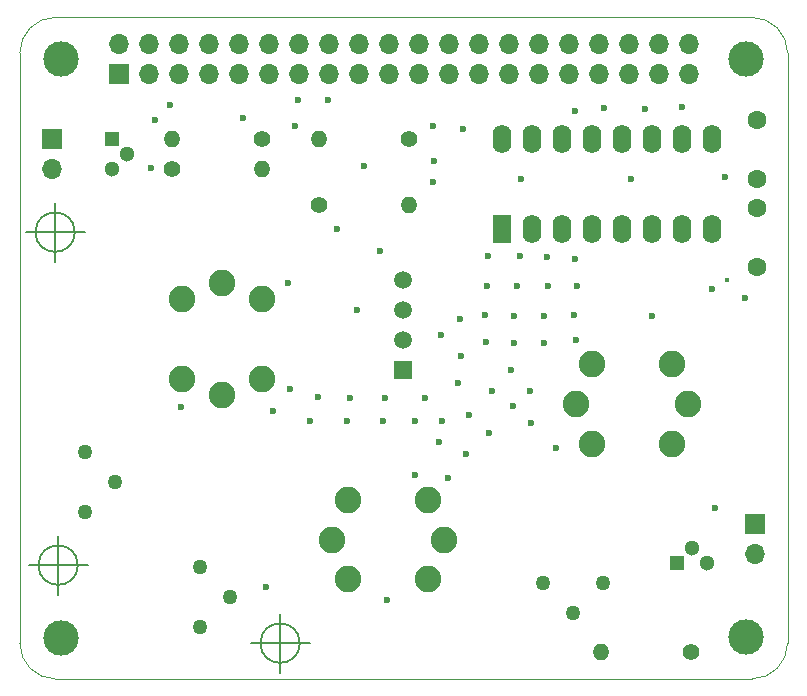
<source format=gbr>
%TF.GenerationSoftware,KiCad,Pcbnew,(5.1.0)-1*%
%TF.CreationDate,2021-12-23T09:16:39+02:00*%
%TF.ProjectId,RPI_HAT_sensors,5250495f-4841-4545-9f73-656e736f7273,rev?*%
%TF.SameCoordinates,Original*%
%TF.FileFunction,Copper,L2,Inr*%
%TF.FilePolarity,Positive*%
%FSLAX46Y46*%
G04 Gerber Fmt 4.6, Leading zero omitted, Abs format (unit mm)*
G04 Created by KiCad (PCBNEW (5.1.0)-1) date 2021-12-23 09:16:39*
%MOMM*%
%LPD*%
G04 APERTURE LIST*
%ADD10C,0.150000*%
%ADD11C,0.100000*%
%ADD12C,2.250000*%
%ADD13R,1.700000X1.700000*%
%ADD14O,1.700000X1.700000*%
%ADD15C,3.000000*%
%ADD16R,1.600000X2.400000*%
%ADD17O,1.600000X2.400000*%
%ADD18C,1.260000*%
%ADD19C,1.300000*%
%ADD20R,1.300000X1.300000*%
%ADD21O,1.400000X1.400000*%
%ADD22C,1.400000*%
%ADD23R,1.500000X1.500000*%
%ADD24C,1.500000*%
%ADD25C,1.600000*%
%ADD26C,0.600000*%
%ADD27C,0.400000*%
G04 APERTURE END LIST*
D10*
X102250666Y-113792000D02*
G75*
G03X102250666Y-113792000I-1666666J0D01*
G01*
X98084000Y-113792000D02*
X103084000Y-113792000D01*
X100584000Y-111292000D02*
X100584000Y-116292000D01*
X83454666Y-107188000D02*
G75*
G03X83454666Y-107188000I-1666666J0D01*
G01*
X79288000Y-107188000D02*
X84288000Y-107188000D01*
X81788000Y-104688000D02*
X81788000Y-109688000D01*
X83200666Y-78994000D02*
G75*
G03X83200666Y-78994000I-1666666J0D01*
G01*
X79034000Y-78994000D02*
X84034000Y-78994000D01*
X81534000Y-76494000D02*
X81534000Y-81494000D01*
D11*
X78546356Y-63817611D02*
X78546356Y-113817611D01*
X78546356Y-63817611D02*
G75*
G02X81546356Y-60817611I3000000J0D01*
G01*
X140546356Y-60817611D02*
X81546356Y-60817611D01*
X140546356Y-60817611D02*
G75*
G02X143546356Y-63817611I0J-3000000D01*
G01*
X143546356Y-113817611D02*
X143546356Y-63817611D01*
X81546356Y-116817611D02*
G75*
G02X78546356Y-113817611I0J3000000D01*
G01*
X81546356Y-116817611D02*
X140546356Y-116817611D01*
X143546351Y-113822847D02*
G75*
G02X140546356Y-116817611I-2999995J5236D01*
G01*
D12*
X113100500Y-108401500D03*
X106355500Y-108401500D03*
X104978000Y-105029000D03*
X106355500Y-101656500D03*
X113100500Y-101656500D03*
X114478000Y-105029000D03*
D13*
X86920000Y-65590000D03*
D14*
X86920000Y-63050000D03*
X89460000Y-65590000D03*
X89460000Y-63050000D03*
X92000000Y-65590000D03*
X92000000Y-63050000D03*
X94540000Y-65590000D03*
X94540000Y-63050000D03*
X97080000Y-65590000D03*
X97080000Y-63050000D03*
X99620000Y-65590000D03*
X99620000Y-63050000D03*
X102160000Y-65590000D03*
X102160000Y-63050000D03*
X104700000Y-65590000D03*
X104700000Y-63050000D03*
X107240000Y-65590000D03*
X107240000Y-63050000D03*
X109780000Y-65590000D03*
X109780000Y-63050000D03*
X112320000Y-65590000D03*
X112320000Y-63050000D03*
X114860000Y-65590000D03*
X114860000Y-63050000D03*
X117400000Y-65590000D03*
X117400000Y-63050000D03*
X119940000Y-65590000D03*
X119940000Y-63050000D03*
X122480000Y-65590000D03*
X122480000Y-63050000D03*
X125020000Y-65590000D03*
X125020000Y-63050000D03*
X127560000Y-65590000D03*
X127560000Y-63050000D03*
X130100000Y-65590000D03*
X130100000Y-63050000D03*
X132640000Y-65590000D03*
X132640000Y-63050000D03*
X135180000Y-65590000D03*
X135180000Y-63050000D03*
D15*
X82040000Y-64310000D03*
X140040000Y-64330000D03*
X82040000Y-113320000D03*
X140030000Y-113310000D03*
D12*
X92315000Y-91440000D03*
X92315000Y-84695000D03*
X95687500Y-83317500D03*
X99060000Y-84695000D03*
X99060000Y-91440000D03*
X95687500Y-92817500D03*
X125653600Y-93573600D03*
X127031100Y-96946100D03*
X133776100Y-96946100D03*
X135153600Y-93573600D03*
X133776100Y-90201100D03*
X127031100Y-90201100D03*
D16*
X119380000Y-78740000D03*
D17*
X137160000Y-71120000D03*
X121920000Y-78740000D03*
X134620000Y-71120000D03*
X124460000Y-78740000D03*
X132080000Y-71120000D03*
X127000000Y-78740000D03*
X129540000Y-71120000D03*
X129540000Y-78740000D03*
X127000000Y-71120000D03*
X132080000Y-78740000D03*
X124460000Y-71120000D03*
X134620000Y-78740000D03*
X121920000Y-71120000D03*
X137160000Y-78740000D03*
X119380000Y-71120000D03*
D18*
X84048600Y-102666800D03*
X86588600Y-100126800D03*
X84048600Y-97586800D03*
X93802200Y-107340400D03*
X96342200Y-109880400D03*
X93802200Y-112420400D03*
X122834400Y-108712000D03*
X125374400Y-111252000D03*
X127914400Y-108712000D03*
D13*
X81280000Y-71120000D03*
D14*
X81280000Y-73660000D03*
D19*
X87630000Y-72390000D03*
X86360000Y-73660000D03*
D20*
X86360000Y-71120000D03*
D21*
X91440000Y-71120000D03*
D22*
X99060000Y-71120000D03*
X91440000Y-73660000D03*
D21*
X99060000Y-73660000D03*
D22*
X111506000Y-71120000D03*
D21*
X103886000Y-71120000D03*
D23*
X110998000Y-90678000D03*
D24*
X110998000Y-88138000D03*
X110998000Y-85598000D03*
X110998000Y-83058000D03*
D25*
X140944600Y-69494400D03*
X140944600Y-74494400D03*
X140944600Y-76940400D03*
X140944600Y-81940400D03*
D13*
X140766800Y-103682800D03*
D14*
X140766800Y-106222800D03*
D19*
X135458200Y-105740200D03*
X136728200Y-107010200D03*
D20*
X134188200Y-107010200D03*
D22*
X103886000Y-76708000D03*
D21*
X111506000Y-76708000D03*
X127762000Y-114554000D03*
D22*
X135382000Y-114554000D03*
D26*
X123215400Y-81127600D03*
X123240800Y-83566000D03*
X115900200Y-89484200D03*
X118491000Y-92456000D03*
X114300000Y-94996000D03*
X122936000Y-88392000D03*
X127965200Y-68503800D03*
X131445000Y-68580000D03*
X113614200Y-72974200D03*
X107086400Y-85598000D03*
X109601000Y-110134400D03*
X114808000Y-99822000D03*
X121843800Y-95173800D03*
X109016800Y-80594200D03*
X138277600Y-74295000D03*
X134645400Y-68402200D03*
X125526800Y-68732400D03*
X116052600Y-70281800D03*
X89636600Y-73583800D03*
X92202000Y-93802200D03*
X99415600Y-109042200D03*
X123977400Y-97256600D03*
X121005600Y-74498200D03*
X102108000Y-67818000D03*
X97434400Y-69291200D03*
X90017600Y-69519800D03*
X114198400Y-87706200D03*
X120396000Y-88392000D03*
X120650000Y-83566000D03*
X117983000Y-88265000D03*
X115646200Y-91770200D03*
X122936000Y-86106000D03*
X118287800Y-96037400D03*
X116332000Y-97790000D03*
X125603000Y-88138000D03*
X101219000Y-83312000D03*
X101854000Y-70002400D03*
X113563400Y-70027800D03*
X118110000Y-83566000D03*
X113563400Y-74752200D03*
X91236800Y-68224400D03*
X101396800Y-92252800D03*
X103759000Y-92964000D03*
X106502200Y-93040200D03*
X109423200Y-93065600D03*
X112877600Y-93065600D03*
X112014000Y-94996000D03*
X109296200Y-94996000D03*
X106273600Y-94996000D03*
X103149400Y-94945200D03*
X99974400Y-94157800D03*
X114046000Y-96774000D03*
X112014000Y-99517200D03*
X121716800Y-92405200D03*
X120269000Y-93751400D03*
X130276600Y-74498200D03*
X125526800Y-81280000D03*
X120904000Y-81026000D03*
X118211600Y-81026000D03*
X125501400Y-86044010D03*
X107696000Y-73406000D03*
X105410000Y-78740000D03*
X137160000Y-83820000D03*
X137414000Y-102362000D03*
X125730000Y-83566000D03*
X139954000Y-84582000D03*
X104673594Y-67792406D03*
X116586000Y-94488000D03*
X120142000Y-90678000D03*
X115824000Y-86360000D03*
X132080000Y-86106000D03*
X120396000Y-86106000D03*
X117932200Y-85979000D03*
D27*
X138430000Y-83058000D03*
M02*

</source>
